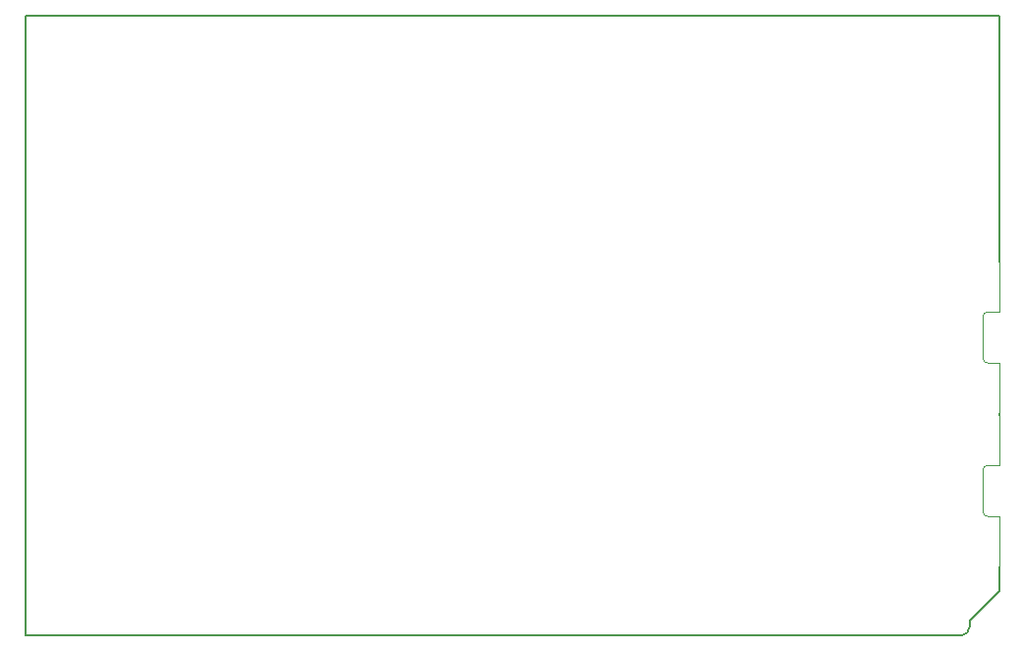
<source format=gbr>
%TF.GenerationSoftware,KiCad,Pcbnew,9.0.2*%
%TF.CreationDate,2026-02-03T14:09:00-07:00*%
%TF.ProjectId,Uno_Shield_DSP_Class_v1,556e6f5f-5368-4696-956c-645f4453505f,rev?*%
%TF.SameCoordinates,Original*%
%TF.FileFunction,Profile,NP*%
%FSLAX46Y46*%
G04 Gerber Fmt 4.6, Leading zero omitted, Abs format (unit mm)*
G04 Created by KiCad (PCBNEW 9.0.2) date 2026-02-03 14:09:00*
%MOMM*%
%LPD*%
G01*
G04 APERTURE LIST*
%TA.AperFunction,Profile*%
%ADD10C,0.150000*%
%TD*%
%TA.AperFunction,Profile*%
%ADD11C,0.120000*%
%TD*%
G04 APERTURE END LIST*
D10*
X100762000Y-46660000D02*
X84762000Y-46660000D01*
X168580000Y-96190000D02*
X168590000Y-94040000D01*
X165278000Y-100000000D02*
X100762000Y-100000000D01*
X100762000Y-46660000D02*
X163500000Y-46660000D01*
X168580000Y-61900000D02*
X168580000Y-46660000D01*
X168580000Y-96190000D02*
X166040000Y-98730000D01*
X166040000Y-99238000D02*
G75*
G02*
X165278000Y-100000000I-762000J0D01*
G01*
X168590000Y-67830000D02*
X168580000Y-61900000D01*
X100762000Y-100000000D02*
X84762000Y-100000000D01*
X168580000Y-46660000D02*
X163500000Y-46660000D01*
X166040000Y-98730000D02*
X166040000Y-99238000D01*
X168590000Y-80830000D02*
X168590000Y-81040000D01*
X84762000Y-100000000D02*
X84762000Y-46660000D01*
D11*
%TO.C,J10*%
X167190000Y-85740000D02*
X167190000Y-89340000D01*
X167590000Y-85340000D02*
X168590000Y-85340000D01*
X167590000Y-89740000D02*
X168590000Y-89740000D01*
X168590000Y-85340000D02*
X168590000Y-81040000D01*
X168590000Y-89740000D02*
X168590000Y-94040000D01*
X167190000Y-85740000D02*
G75*
G02*
X167590000Y-85340000I400000J0D01*
G01*
X167590000Y-89740000D02*
G75*
G02*
X167190000Y-89340000I2J400002D01*
G01*
%TO.C,J11*%
X167190000Y-72530000D02*
X167190000Y-76130000D01*
X167590000Y-72130000D02*
X168590000Y-72130000D01*
X167590000Y-76530000D02*
X168590000Y-76530000D01*
X168590000Y-72130000D02*
X168590000Y-67830000D01*
X168590000Y-76530000D02*
X168590000Y-80830000D01*
X167190000Y-72530000D02*
G75*
G02*
X167590000Y-72130000I400000J0D01*
G01*
X167590000Y-76530000D02*
G75*
G02*
X167190000Y-76130000I2J400002D01*
G01*
%TD*%
M02*

</source>
